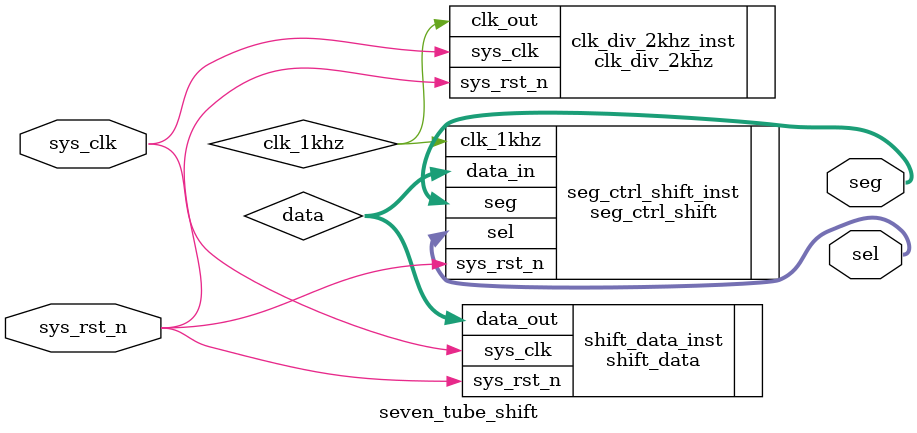
<source format=v>
module seven_tube_shift (
    input sys_clk,
    input sys_rst_n,
    //input [23:0] data_in,
    output [2:0] sel,
    output [7:0] seg
);
    wire clk_1khz;
    wire [23:0] data;

	// seven_tube_debug seven_tube_debug_inst (
	// 	.source (data), // sources.source
	// 	.probe  ()   //  probes.probe
	// );

    shift_data shift_data_inst (
        .sys_clk(sys_clk),
        .sys_rst_n(sys_rst_n),
        .data_out(data)
    );

    clk_div_2khz clk_div_2khz_inst (
        .sys_clk(sys_clk),
        .sys_rst_n(sys_rst_n),
        .clk_out(clk_1khz)
    );

    seg_ctrl_shift seg_ctrl_shift_inst (
        .clk_1khz(clk_1khz),
        .sys_rst_n(sys_rst_n),
        .data_in(data),
        .sel(sel),
        .seg(seg)
    );
endmodule
</source>
